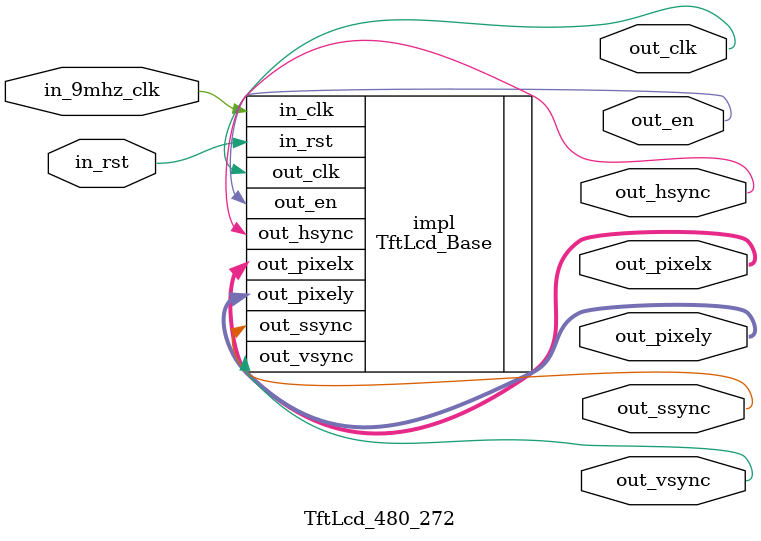
<source format=v>
module TftLcd_480_272
(
    input        in_rst,
    input        in_9mhz_clk,

    output       out_clk,
    output       out_en,
    output       out_hsync,
    output       out_vsync,
    output       out_ssync,
    output [9:0] out_pixelx,
    output [9:0] out_pixely
);

  TftLcd_Base #(
    .H_PIXEL_LENGTH(480),
    .H_FRONT_PORCH (  4),
    .H_SYNC_LENGTH (  4),
    .H_BACK_PORCH  ( 39),

    .V_PIXEL_LENGTH(272),
    .V_FRONT_PORCH (  4),
    .V_SYNC_LENGTH (  4),
    .V_BACK_PORCH  (  8),

    .PIXELX_WIDTH  (  9),
    .PIXELY_WIDTH  (  9),

    // These numbers were found via trial and error.
    // These represent the clock delay with which a module receiving
    // pixelx and pixely values must set the appropriate pixel colors
    .DELAY_X       (  -77),
    .DELAY_Y       (  -16)

  ) impl (

    .in_rst(in_rst),
    .in_clk(in_9mhz_clk),

    .out_en(out_en),
    .out_hsync(out_hsync),
    .out_vsync(out_vsync),
    .out_ssync(out_ssync),

    .out_pixelx(out_pixelx),
    .out_pixely(out_pixely),

    .out_clk(out_clk)
  );

endmodule

</source>
